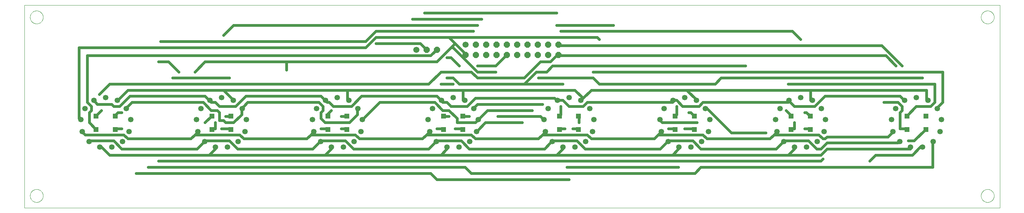
<source format=gtl>
G75*
%MOIN*%
%OFA0B0*%
%FSLAX25Y25*%
%IPPOS*%
%LPD*%
%AMOC8*
5,1,8,0,0,1.08239X$1,22.5*
%
%ADD10C,0.00000*%
%ADD11C,0.05307*%
%ADD12R,0.05118X0.04724*%
%ADD13C,0.05937*%
%ADD14OC8,0.05937*%
%ADD15C,0.02500*%
%ADD16C,0.02400*%
D10*
X0001000Y0001000D02*
X0001000Y0197850D01*
X0945882Y0197850D01*
X0945882Y0001000D01*
X0001000Y0001000D01*
X0006512Y0012811D02*
X0006514Y0012969D01*
X0006520Y0013127D01*
X0006530Y0013285D01*
X0006544Y0013443D01*
X0006562Y0013600D01*
X0006583Y0013757D01*
X0006609Y0013913D01*
X0006639Y0014069D01*
X0006672Y0014224D01*
X0006710Y0014377D01*
X0006751Y0014530D01*
X0006796Y0014682D01*
X0006845Y0014833D01*
X0006898Y0014982D01*
X0006954Y0015130D01*
X0007014Y0015276D01*
X0007078Y0015421D01*
X0007146Y0015564D01*
X0007217Y0015706D01*
X0007291Y0015846D01*
X0007369Y0015983D01*
X0007451Y0016119D01*
X0007535Y0016253D01*
X0007624Y0016384D01*
X0007715Y0016513D01*
X0007810Y0016640D01*
X0007907Y0016765D01*
X0008008Y0016887D01*
X0008112Y0017006D01*
X0008219Y0017123D01*
X0008329Y0017237D01*
X0008442Y0017348D01*
X0008557Y0017457D01*
X0008675Y0017562D01*
X0008796Y0017664D01*
X0008919Y0017764D01*
X0009045Y0017860D01*
X0009173Y0017953D01*
X0009303Y0018043D01*
X0009436Y0018129D01*
X0009571Y0018213D01*
X0009707Y0018292D01*
X0009846Y0018369D01*
X0009987Y0018441D01*
X0010129Y0018511D01*
X0010273Y0018576D01*
X0010419Y0018638D01*
X0010566Y0018696D01*
X0010715Y0018751D01*
X0010865Y0018802D01*
X0011016Y0018849D01*
X0011168Y0018892D01*
X0011321Y0018931D01*
X0011476Y0018967D01*
X0011631Y0018998D01*
X0011787Y0019026D01*
X0011943Y0019050D01*
X0012100Y0019070D01*
X0012258Y0019086D01*
X0012415Y0019098D01*
X0012574Y0019106D01*
X0012732Y0019110D01*
X0012890Y0019110D01*
X0013048Y0019106D01*
X0013207Y0019098D01*
X0013364Y0019086D01*
X0013522Y0019070D01*
X0013679Y0019050D01*
X0013835Y0019026D01*
X0013991Y0018998D01*
X0014146Y0018967D01*
X0014301Y0018931D01*
X0014454Y0018892D01*
X0014606Y0018849D01*
X0014757Y0018802D01*
X0014907Y0018751D01*
X0015056Y0018696D01*
X0015203Y0018638D01*
X0015349Y0018576D01*
X0015493Y0018511D01*
X0015635Y0018441D01*
X0015776Y0018369D01*
X0015915Y0018292D01*
X0016051Y0018213D01*
X0016186Y0018129D01*
X0016319Y0018043D01*
X0016449Y0017953D01*
X0016577Y0017860D01*
X0016703Y0017764D01*
X0016826Y0017664D01*
X0016947Y0017562D01*
X0017065Y0017457D01*
X0017180Y0017348D01*
X0017293Y0017237D01*
X0017403Y0017123D01*
X0017510Y0017006D01*
X0017614Y0016887D01*
X0017715Y0016765D01*
X0017812Y0016640D01*
X0017907Y0016513D01*
X0017998Y0016384D01*
X0018087Y0016253D01*
X0018171Y0016119D01*
X0018253Y0015983D01*
X0018331Y0015846D01*
X0018405Y0015706D01*
X0018476Y0015564D01*
X0018544Y0015421D01*
X0018608Y0015276D01*
X0018668Y0015130D01*
X0018724Y0014982D01*
X0018777Y0014833D01*
X0018826Y0014682D01*
X0018871Y0014530D01*
X0018912Y0014377D01*
X0018950Y0014224D01*
X0018983Y0014069D01*
X0019013Y0013913D01*
X0019039Y0013757D01*
X0019060Y0013600D01*
X0019078Y0013443D01*
X0019092Y0013285D01*
X0019102Y0013127D01*
X0019108Y0012969D01*
X0019110Y0012811D01*
X0019108Y0012653D01*
X0019102Y0012495D01*
X0019092Y0012337D01*
X0019078Y0012179D01*
X0019060Y0012022D01*
X0019039Y0011865D01*
X0019013Y0011709D01*
X0018983Y0011553D01*
X0018950Y0011398D01*
X0018912Y0011245D01*
X0018871Y0011092D01*
X0018826Y0010940D01*
X0018777Y0010789D01*
X0018724Y0010640D01*
X0018668Y0010492D01*
X0018608Y0010346D01*
X0018544Y0010201D01*
X0018476Y0010058D01*
X0018405Y0009916D01*
X0018331Y0009776D01*
X0018253Y0009639D01*
X0018171Y0009503D01*
X0018087Y0009369D01*
X0017998Y0009238D01*
X0017907Y0009109D01*
X0017812Y0008982D01*
X0017715Y0008857D01*
X0017614Y0008735D01*
X0017510Y0008616D01*
X0017403Y0008499D01*
X0017293Y0008385D01*
X0017180Y0008274D01*
X0017065Y0008165D01*
X0016947Y0008060D01*
X0016826Y0007958D01*
X0016703Y0007858D01*
X0016577Y0007762D01*
X0016449Y0007669D01*
X0016319Y0007579D01*
X0016186Y0007493D01*
X0016051Y0007409D01*
X0015915Y0007330D01*
X0015776Y0007253D01*
X0015635Y0007181D01*
X0015493Y0007111D01*
X0015349Y0007046D01*
X0015203Y0006984D01*
X0015056Y0006926D01*
X0014907Y0006871D01*
X0014757Y0006820D01*
X0014606Y0006773D01*
X0014454Y0006730D01*
X0014301Y0006691D01*
X0014146Y0006655D01*
X0013991Y0006624D01*
X0013835Y0006596D01*
X0013679Y0006572D01*
X0013522Y0006552D01*
X0013364Y0006536D01*
X0013207Y0006524D01*
X0013048Y0006516D01*
X0012890Y0006512D01*
X0012732Y0006512D01*
X0012574Y0006516D01*
X0012415Y0006524D01*
X0012258Y0006536D01*
X0012100Y0006552D01*
X0011943Y0006572D01*
X0011787Y0006596D01*
X0011631Y0006624D01*
X0011476Y0006655D01*
X0011321Y0006691D01*
X0011168Y0006730D01*
X0011016Y0006773D01*
X0010865Y0006820D01*
X0010715Y0006871D01*
X0010566Y0006926D01*
X0010419Y0006984D01*
X0010273Y0007046D01*
X0010129Y0007111D01*
X0009987Y0007181D01*
X0009846Y0007253D01*
X0009707Y0007330D01*
X0009571Y0007409D01*
X0009436Y0007493D01*
X0009303Y0007579D01*
X0009173Y0007669D01*
X0009045Y0007762D01*
X0008919Y0007858D01*
X0008796Y0007958D01*
X0008675Y0008060D01*
X0008557Y0008165D01*
X0008442Y0008274D01*
X0008329Y0008385D01*
X0008219Y0008499D01*
X0008112Y0008616D01*
X0008008Y0008735D01*
X0007907Y0008857D01*
X0007810Y0008982D01*
X0007715Y0009109D01*
X0007624Y0009238D01*
X0007535Y0009369D01*
X0007451Y0009503D01*
X0007369Y0009639D01*
X0007291Y0009776D01*
X0007217Y0009916D01*
X0007146Y0010058D01*
X0007078Y0010201D01*
X0007014Y0010346D01*
X0006954Y0010492D01*
X0006898Y0010640D01*
X0006845Y0010789D01*
X0006796Y0010940D01*
X0006751Y0011092D01*
X0006710Y0011245D01*
X0006672Y0011398D01*
X0006639Y0011553D01*
X0006609Y0011709D01*
X0006583Y0011865D01*
X0006562Y0012022D01*
X0006544Y0012179D01*
X0006530Y0012337D01*
X0006520Y0012495D01*
X0006514Y0012653D01*
X0006512Y0012811D01*
X0006512Y0186039D02*
X0006514Y0186197D01*
X0006520Y0186355D01*
X0006530Y0186513D01*
X0006544Y0186671D01*
X0006562Y0186828D01*
X0006583Y0186985D01*
X0006609Y0187141D01*
X0006639Y0187297D01*
X0006672Y0187452D01*
X0006710Y0187605D01*
X0006751Y0187758D01*
X0006796Y0187910D01*
X0006845Y0188061D01*
X0006898Y0188210D01*
X0006954Y0188358D01*
X0007014Y0188504D01*
X0007078Y0188649D01*
X0007146Y0188792D01*
X0007217Y0188934D01*
X0007291Y0189074D01*
X0007369Y0189211D01*
X0007451Y0189347D01*
X0007535Y0189481D01*
X0007624Y0189612D01*
X0007715Y0189741D01*
X0007810Y0189868D01*
X0007907Y0189993D01*
X0008008Y0190115D01*
X0008112Y0190234D01*
X0008219Y0190351D01*
X0008329Y0190465D01*
X0008442Y0190576D01*
X0008557Y0190685D01*
X0008675Y0190790D01*
X0008796Y0190892D01*
X0008919Y0190992D01*
X0009045Y0191088D01*
X0009173Y0191181D01*
X0009303Y0191271D01*
X0009436Y0191357D01*
X0009571Y0191441D01*
X0009707Y0191520D01*
X0009846Y0191597D01*
X0009987Y0191669D01*
X0010129Y0191739D01*
X0010273Y0191804D01*
X0010419Y0191866D01*
X0010566Y0191924D01*
X0010715Y0191979D01*
X0010865Y0192030D01*
X0011016Y0192077D01*
X0011168Y0192120D01*
X0011321Y0192159D01*
X0011476Y0192195D01*
X0011631Y0192226D01*
X0011787Y0192254D01*
X0011943Y0192278D01*
X0012100Y0192298D01*
X0012258Y0192314D01*
X0012415Y0192326D01*
X0012574Y0192334D01*
X0012732Y0192338D01*
X0012890Y0192338D01*
X0013048Y0192334D01*
X0013207Y0192326D01*
X0013364Y0192314D01*
X0013522Y0192298D01*
X0013679Y0192278D01*
X0013835Y0192254D01*
X0013991Y0192226D01*
X0014146Y0192195D01*
X0014301Y0192159D01*
X0014454Y0192120D01*
X0014606Y0192077D01*
X0014757Y0192030D01*
X0014907Y0191979D01*
X0015056Y0191924D01*
X0015203Y0191866D01*
X0015349Y0191804D01*
X0015493Y0191739D01*
X0015635Y0191669D01*
X0015776Y0191597D01*
X0015915Y0191520D01*
X0016051Y0191441D01*
X0016186Y0191357D01*
X0016319Y0191271D01*
X0016449Y0191181D01*
X0016577Y0191088D01*
X0016703Y0190992D01*
X0016826Y0190892D01*
X0016947Y0190790D01*
X0017065Y0190685D01*
X0017180Y0190576D01*
X0017293Y0190465D01*
X0017403Y0190351D01*
X0017510Y0190234D01*
X0017614Y0190115D01*
X0017715Y0189993D01*
X0017812Y0189868D01*
X0017907Y0189741D01*
X0017998Y0189612D01*
X0018087Y0189481D01*
X0018171Y0189347D01*
X0018253Y0189211D01*
X0018331Y0189074D01*
X0018405Y0188934D01*
X0018476Y0188792D01*
X0018544Y0188649D01*
X0018608Y0188504D01*
X0018668Y0188358D01*
X0018724Y0188210D01*
X0018777Y0188061D01*
X0018826Y0187910D01*
X0018871Y0187758D01*
X0018912Y0187605D01*
X0018950Y0187452D01*
X0018983Y0187297D01*
X0019013Y0187141D01*
X0019039Y0186985D01*
X0019060Y0186828D01*
X0019078Y0186671D01*
X0019092Y0186513D01*
X0019102Y0186355D01*
X0019108Y0186197D01*
X0019110Y0186039D01*
X0019108Y0185881D01*
X0019102Y0185723D01*
X0019092Y0185565D01*
X0019078Y0185407D01*
X0019060Y0185250D01*
X0019039Y0185093D01*
X0019013Y0184937D01*
X0018983Y0184781D01*
X0018950Y0184626D01*
X0018912Y0184473D01*
X0018871Y0184320D01*
X0018826Y0184168D01*
X0018777Y0184017D01*
X0018724Y0183868D01*
X0018668Y0183720D01*
X0018608Y0183574D01*
X0018544Y0183429D01*
X0018476Y0183286D01*
X0018405Y0183144D01*
X0018331Y0183004D01*
X0018253Y0182867D01*
X0018171Y0182731D01*
X0018087Y0182597D01*
X0017998Y0182466D01*
X0017907Y0182337D01*
X0017812Y0182210D01*
X0017715Y0182085D01*
X0017614Y0181963D01*
X0017510Y0181844D01*
X0017403Y0181727D01*
X0017293Y0181613D01*
X0017180Y0181502D01*
X0017065Y0181393D01*
X0016947Y0181288D01*
X0016826Y0181186D01*
X0016703Y0181086D01*
X0016577Y0180990D01*
X0016449Y0180897D01*
X0016319Y0180807D01*
X0016186Y0180721D01*
X0016051Y0180637D01*
X0015915Y0180558D01*
X0015776Y0180481D01*
X0015635Y0180409D01*
X0015493Y0180339D01*
X0015349Y0180274D01*
X0015203Y0180212D01*
X0015056Y0180154D01*
X0014907Y0180099D01*
X0014757Y0180048D01*
X0014606Y0180001D01*
X0014454Y0179958D01*
X0014301Y0179919D01*
X0014146Y0179883D01*
X0013991Y0179852D01*
X0013835Y0179824D01*
X0013679Y0179800D01*
X0013522Y0179780D01*
X0013364Y0179764D01*
X0013207Y0179752D01*
X0013048Y0179744D01*
X0012890Y0179740D01*
X0012732Y0179740D01*
X0012574Y0179744D01*
X0012415Y0179752D01*
X0012258Y0179764D01*
X0012100Y0179780D01*
X0011943Y0179800D01*
X0011787Y0179824D01*
X0011631Y0179852D01*
X0011476Y0179883D01*
X0011321Y0179919D01*
X0011168Y0179958D01*
X0011016Y0180001D01*
X0010865Y0180048D01*
X0010715Y0180099D01*
X0010566Y0180154D01*
X0010419Y0180212D01*
X0010273Y0180274D01*
X0010129Y0180339D01*
X0009987Y0180409D01*
X0009846Y0180481D01*
X0009707Y0180558D01*
X0009571Y0180637D01*
X0009436Y0180721D01*
X0009303Y0180807D01*
X0009173Y0180897D01*
X0009045Y0180990D01*
X0008919Y0181086D01*
X0008796Y0181186D01*
X0008675Y0181288D01*
X0008557Y0181393D01*
X0008442Y0181502D01*
X0008329Y0181613D01*
X0008219Y0181727D01*
X0008112Y0181844D01*
X0008008Y0181963D01*
X0007907Y0182085D01*
X0007810Y0182210D01*
X0007715Y0182337D01*
X0007624Y0182466D01*
X0007535Y0182597D01*
X0007451Y0182731D01*
X0007369Y0182867D01*
X0007291Y0183004D01*
X0007217Y0183144D01*
X0007146Y0183286D01*
X0007078Y0183429D01*
X0007014Y0183574D01*
X0006954Y0183720D01*
X0006898Y0183868D01*
X0006845Y0184017D01*
X0006796Y0184168D01*
X0006751Y0184320D01*
X0006710Y0184473D01*
X0006672Y0184626D01*
X0006639Y0184781D01*
X0006609Y0184937D01*
X0006583Y0185093D01*
X0006562Y0185250D01*
X0006544Y0185407D01*
X0006530Y0185565D01*
X0006520Y0185723D01*
X0006514Y0185881D01*
X0006512Y0186039D01*
X0927772Y0186039D02*
X0927774Y0186197D01*
X0927780Y0186355D01*
X0927790Y0186513D01*
X0927804Y0186671D01*
X0927822Y0186828D01*
X0927843Y0186985D01*
X0927869Y0187141D01*
X0927899Y0187297D01*
X0927932Y0187452D01*
X0927970Y0187605D01*
X0928011Y0187758D01*
X0928056Y0187910D01*
X0928105Y0188061D01*
X0928158Y0188210D01*
X0928214Y0188358D01*
X0928274Y0188504D01*
X0928338Y0188649D01*
X0928406Y0188792D01*
X0928477Y0188934D01*
X0928551Y0189074D01*
X0928629Y0189211D01*
X0928711Y0189347D01*
X0928795Y0189481D01*
X0928884Y0189612D01*
X0928975Y0189741D01*
X0929070Y0189868D01*
X0929167Y0189993D01*
X0929268Y0190115D01*
X0929372Y0190234D01*
X0929479Y0190351D01*
X0929589Y0190465D01*
X0929702Y0190576D01*
X0929817Y0190685D01*
X0929935Y0190790D01*
X0930056Y0190892D01*
X0930179Y0190992D01*
X0930305Y0191088D01*
X0930433Y0191181D01*
X0930563Y0191271D01*
X0930696Y0191357D01*
X0930831Y0191441D01*
X0930967Y0191520D01*
X0931106Y0191597D01*
X0931247Y0191669D01*
X0931389Y0191739D01*
X0931533Y0191804D01*
X0931679Y0191866D01*
X0931826Y0191924D01*
X0931975Y0191979D01*
X0932125Y0192030D01*
X0932276Y0192077D01*
X0932428Y0192120D01*
X0932581Y0192159D01*
X0932736Y0192195D01*
X0932891Y0192226D01*
X0933047Y0192254D01*
X0933203Y0192278D01*
X0933360Y0192298D01*
X0933518Y0192314D01*
X0933675Y0192326D01*
X0933834Y0192334D01*
X0933992Y0192338D01*
X0934150Y0192338D01*
X0934308Y0192334D01*
X0934467Y0192326D01*
X0934624Y0192314D01*
X0934782Y0192298D01*
X0934939Y0192278D01*
X0935095Y0192254D01*
X0935251Y0192226D01*
X0935406Y0192195D01*
X0935561Y0192159D01*
X0935714Y0192120D01*
X0935866Y0192077D01*
X0936017Y0192030D01*
X0936167Y0191979D01*
X0936316Y0191924D01*
X0936463Y0191866D01*
X0936609Y0191804D01*
X0936753Y0191739D01*
X0936895Y0191669D01*
X0937036Y0191597D01*
X0937175Y0191520D01*
X0937311Y0191441D01*
X0937446Y0191357D01*
X0937579Y0191271D01*
X0937709Y0191181D01*
X0937837Y0191088D01*
X0937963Y0190992D01*
X0938086Y0190892D01*
X0938207Y0190790D01*
X0938325Y0190685D01*
X0938440Y0190576D01*
X0938553Y0190465D01*
X0938663Y0190351D01*
X0938770Y0190234D01*
X0938874Y0190115D01*
X0938975Y0189993D01*
X0939072Y0189868D01*
X0939167Y0189741D01*
X0939258Y0189612D01*
X0939347Y0189481D01*
X0939431Y0189347D01*
X0939513Y0189211D01*
X0939591Y0189074D01*
X0939665Y0188934D01*
X0939736Y0188792D01*
X0939804Y0188649D01*
X0939868Y0188504D01*
X0939928Y0188358D01*
X0939984Y0188210D01*
X0940037Y0188061D01*
X0940086Y0187910D01*
X0940131Y0187758D01*
X0940172Y0187605D01*
X0940210Y0187452D01*
X0940243Y0187297D01*
X0940273Y0187141D01*
X0940299Y0186985D01*
X0940320Y0186828D01*
X0940338Y0186671D01*
X0940352Y0186513D01*
X0940362Y0186355D01*
X0940368Y0186197D01*
X0940370Y0186039D01*
X0940368Y0185881D01*
X0940362Y0185723D01*
X0940352Y0185565D01*
X0940338Y0185407D01*
X0940320Y0185250D01*
X0940299Y0185093D01*
X0940273Y0184937D01*
X0940243Y0184781D01*
X0940210Y0184626D01*
X0940172Y0184473D01*
X0940131Y0184320D01*
X0940086Y0184168D01*
X0940037Y0184017D01*
X0939984Y0183868D01*
X0939928Y0183720D01*
X0939868Y0183574D01*
X0939804Y0183429D01*
X0939736Y0183286D01*
X0939665Y0183144D01*
X0939591Y0183004D01*
X0939513Y0182867D01*
X0939431Y0182731D01*
X0939347Y0182597D01*
X0939258Y0182466D01*
X0939167Y0182337D01*
X0939072Y0182210D01*
X0938975Y0182085D01*
X0938874Y0181963D01*
X0938770Y0181844D01*
X0938663Y0181727D01*
X0938553Y0181613D01*
X0938440Y0181502D01*
X0938325Y0181393D01*
X0938207Y0181288D01*
X0938086Y0181186D01*
X0937963Y0181086D01*
X0937837Y0180990D01*
X0937709Y0180897D01*
X0937579Y0180807D01*
X0937446Y0180721D01*
X0937311Y0180637D01*
X0937175Y0180558D01*
X0937036Y0180481D01*
X0936895Y0180409D01*
X0936753Y0180339D01*
X0936609Y0180274D01*
X0936463Y0180212D01*
X0936316Y0180154D01*
X0936167Y0180099D01*
X0936017Y0180048D01*
X0935866Y0180001D01*
X0935714Y0179958D01*
X0935561Y0179919D01*
X0935406Y0179883D01*
X0935251Y0179852D01*
X0935095Y0179824D01*
X0934939Y0179800D01*
X0934782Y0179780D01*
X0934624Y0179764D01*
X0934467Y0179752D01*
X0934308Y0179744D01*
X0934150Y0179740D01*
X0933992Y0179740D01*
X0933834Y0179744D01*
X0933675Y0179752D01*
X0933518Y0179764D01*
X0933360Y0179780D01*
X0933203Y0179800D01*
X0933047Y0179824D01*
X0932891Y0179852D01*
X0932736Y0179883D01*
X0932581Y0179919D01*
X0932428Y0179958D01*
X0932276Y0180001D01*
X0932125Y0180048D01*
X0931975Y0180099D01*
X0931826Y0180154D01*
X0931679Y0180212D01*
X0931533Y0180274D01*
X0931389Y0180339D01*
X0931247Y0180409D01*
X0931106Y0180481D01*
X0930967Y0180558D01*
X0930831Y0180637D01*
X0930696Y0180721D01*
X0930563Y0180807D01*
X0930433Y0180897D01*
X0930305Y0180990D01*
X0930179Y0181086D01*
X0930056Y0181186D01*
X0929935Y0181288D01*
X0929817Y0181393D01*
X0929702Y0181502D01*
X0929589Y0181613D01*
X0929479Y0181727D01*
X0929372Y0181844D01*
X0929268Y0181963D01*
X0929167Y0182085D01*
X0929070Y0182210D01*
X0928975Y0182337D01*
X0928884Y0182466D01*
X0928795Y0182597D01*
X0928711Y0182731D01*
X0928629Y0182867D01*
X0928551Y0183004D01*
X0928477Y0183144D01*
X0928406Y0183286D01*
X0928338Y0183429D01*
X0928274Y0183574D01*
X0928214Y0183720D01*
X0928158Y0183868D01*
X0928105Y0184017D01*
X0928056Y0184168D01*
X0928011Y0184320D01*
X0927970Y0184473D01*
X0927932Y0184626D01*
X0927899Y0184781D01*
X0927869Y0184937D01*
X0927843Y0185093D01*
X0927822Y0185250D01*
X0927804Y0185407D01*
X0927790Y0185565D01*
X0927780Y0185723D01*
X0927774Y0185881D01*
X0927772Y0186039D01*
X0927772Y0012811D02*
X0927774Y0012969D01*
X0927780Y0013127D01*
X0927790Y0013285D01*
X0927804Y0013443D01*
X0927822Y0013600D01*
X0927843Y0013757D01*
X0927869Y0013913D01*
X0927899Y0014069D01*
X0927932Y0014224D01*
X0927970Y0014377D01*
X0928011Y0014530D01*
X0928056Y0014682D01*
X0928105Y0014833D01*
X0928158Y0014982D01*
X0928214Y0015130D01*
X0928274Y0015276D01*
X0928338Y0015421D01*
X0928406Y0015564D01*
X0928477Y0015706D01*
X0928551Y0015846D01*
X0928629Y0015983D01*
X0928711Y0016119D01*
X0928795Y0016253D01*
X0928884Y0016384D01*
X0928975Y0016513D01*
X0929070Y0016640D01*
X0929167Y0016765D01*
X0929268Y0016887D01*
X0929372Y0017006D01*
X0929479Y0017123D01*
X0929589Y0017237D01*
X0929702Y0017348D01*
X0929817Y0017457D01*
X0929935Y0017562D01*
X0930056Y0017664D01*
X0930179Y0017764D01*
X0930305Y0017860D01*
X0930433Y0017953D01*
X0930563Y0018043D01*
X0930696Y0018129D01*
X0930831Y0018213D01*
X0930967Y0018292D01*
X0931106Y0018369D01*
X0931247Y0018441D01*
X0931389Y0018511D01*
X0931533Y0018576D01*
X0931679Y0018638D01*
X0931826Y0018696D01*
X0931975Y0018751D01*
X0932125Y0018802D01*
X0932276Y0018849D01*
X0932428Y0018892D01*
X0932581Y0018931D01*
X0932736Y0018967D01*
X0932891Y0018998D01*
X0933047Y0019026D01*
X0933203Y0019050D01*
X0933360Y0019070D01*
X0933518Y0019086D01*
X0933675Y0019098D01*
X0933834Y0019106D01*
X0933992Y0019110D01*
X0934150Y0019110D01*
X0934308Y0019106D01*
X0934467Y0019098D01*
X0934624Y0019086D01*
X0934782Y0019070D01*
X0934939Y0019050D01*
X0935095Y0019026D01*
X0935251Y0018998D01*
X0935406Y0018967D01*
X0935561Y0018931D01*
X0935714Y0018892D01*
X0935866Y0018849D01*
X0936017Y0018802D01*
X0936167Y0018751D01*
X0936316Y0018696D01*
X0936463Y0018638D01*
X0936609Y0018576D01*
X0936753Y0018511D01*
X0936895Y0018441D01*
X0937036Y0018369D01*
X0937175Y0018292D01*
X0937311Y0018213D01*
X0937446Y0018129D01*
X0937579Y0018043D01*
X0937709Y0017953D01*
X0937837Y0017860D01*
X0937963Y0017764D01*
X0938086Y0017664D01*
X0938207Y0017562D01*
X0938325Y0017457D01*
X0938440Y0017348D01*
X0938553Y0017237D01*
X0938663Y0017123D01*
X0938770Y0017006D01*
X0938874Y0016887D01*
X0938975Y0016765D01*
X0939072Y0016640D01*
X0939167Y0016513D01*
X0939258Y0016384D01*
X0939347Y0016253D01*
X0939431Y0016119D01*
X0939513Y0015983D01*
X0939591Y0015846D01*
X0939665Y0015706D01*
X0939736Y0015564D01*
X0939804Y0015421D01*
X0939868Y0015276D01*
X0939928Y0015130D01*
X0939984Y0014982D01*
X0940037Y0014833D01*
X0940086Y0014682D01*
X0940131Y0014530D01*
X0940172Y0014377D01*
X0940210Y0014224D01*
X0940243Y0014069D01*
X0940273Y0013913D01*
X0940299Y0013757D01*
X0940320Y0013600D01*
X0940338Y0013443D01*
X0940352Y0013285D01*
X0940362Y0013127D01*
X0940368Y0012969D01*
X0940370Y0012811D01*
X0940368Y0012653D01*
X0940362Y0012495D01*
X0940352Y0012337D01*
X0940338Y0012179D01*
X0940320Y0012022D01*
X0940299Y0011865D01*
X0940273Y0011709D01*
X0940243Y0011553D01*
X0940210Y0011398D01*
X0940172Y0011245D01*
X0940131Y0011092D01*
X0940086Y0010940D01*
X0940037Y0010789D01*
X0939984Y0010640D01*
X0939928Y0010492D01*
X0939868Y0010346D01*
X0939804Y0010201D01*
X0939736Y0010058D01*
X0939665Y0009916D01*
X0939591Y0009776D01*
X0939513Y0009639D01*
X0939431Y0009503D01*
X0939347Y0009369D01*
X0939258Y0009238D01*
X0939167Y0009109D01*
X0939072Y0008982D01*
X0938975Y0008857D01*
X0938874Y0008735D01*
X0938770Y0008616D01*
X0938663Y0008499D01*
X0938553Y0008385D01*
X0938440Y0008274D01*
X0938325Y0008165D01*
X0938207Y0008060D01*
X0938086Y0007958D01*
X0937963Y0007858D01*
X0937837Y0007762D01*
X0937709Y0007669D01*
X0937579Y0007579D01*
X0937446Y0007493D01*
X0937311Y0007409D01*
X0937175Y0007330D01*
X0937036Y0007253D01*
X0936895Y0007181D01*
X0936753Y0007111D01*
X0936609Y0007046D01*
X0936463Y0006984D01*
X0936316Y0006926D01*
X0936167Y0006871D01*
X0936017Y0006820D01*
X0935866Y0006773D01*
X0935714Y0006730D01*
X0935561Y0006691D01*
X0935406Y0006655D01*
X0935251Y0006624D01*
X0935095Y0006596D01*
X0934939Y0006572D01*
X0934782Y0006552D01*
X0934624Y0006536D01*
X0934467Y0006524D01*
X0934308Y0006516D01*
X0934150Y0006512D01*
X0933992Y0006512D01*
X0933834Y0006516D01*
X0933675Y0006524D01*
X0933518Y0006536D01*
X0933360Y0006552D01*
X0933203Y0006572D01*
X0933047Y0006596D01*
X0932891Y0006624D01*
X0932736Y0006655D01*
X0932581Y0006691D01*
X0932428Y0006730D01*
X0932276Y0006773D01*
X0932125Y0006820D01*
X0931975Y0006871D01*
X0931826Y0006926D01*
X0931679Y0006984D01*
X0931533Y0007046D01*
X0931389Y0007111D01*
X0931247Y0007181D01*
X0931106Y0007253D01*
X0930967Y0007330D01*
X0930831Y0007409D01*
X0930696Y0007493D01*
X0930563Y0007579D01*
X0930433Y0007669D01*
X0930305Y0007762D01*
X0930179Y0007858D01*
X0930056Y0007958D01*
X0929935Y0008060D01*
X0929817Y0008165D01*
X0929702Y0008274D01*
X0929589Y0008385D01*
X0929479Y0008499D01*
X0929372Y0008616D01*
X0929268Y0008735D01*
X0929167Y0008857D01*
X0929070Y0008982D01*
X0928975Y0009109D01*
X0928884Y0009238D01*
X0928795Y0009369D01*
X0928711Y0009503D01*
X0928629Y0009639D01*
X0928551Y0009776D01*
X0928477Y0009916D01*
X0928406Y0010058D01*
X0928338Y0010201D01*
X0928274Y0010346D01*
X0928214Y0010492D01*
X0928158Y0010640D01*
X0928105Y0010789D01*
X0928056Y0010940D01*
X0928011Y0011092D01*
X0927970Y0011245D01*
X0927932Y0011398D01*
X0927899Y0011553D01*
X0927869Y0011709D01*
X0927843Y0011865D01*
X0927822Y0012022D01*
X0927804Y0012179D01*
X0927790Y0012337D01*
X0927780Y0012495D01*
X0927774Y0012653D01*
X0927772Y0012811D01*
D11*
X0871005Y0060015D03*
X0859341Y0060015D03*
X0849013Y0065436D03*
X0881333Y0065436D03*
X0887959Y0075035D03*
X0842387Y0075035D03*
X0840981Y0086615D03*
X0889365Y0086615D03*
X0885229Y0097521D03*
X0876498Y0105256D03*
X0865173Y0108047D03*
X0853848Y0105256D03*
X0845117Y0097521D03*
X0777161Y0086615D03*
X0773024Y0097521D03*
X0764294Y0105256D03*
X0752969Y0108047D03*
X0741643Y0105256D03*
X0732913Y0097521D03*
X0728776Y0086615D03*
X0730182Y0075035D03*
X0775755Y0075035D03*
X0769129Y0065436D03*
X0758800Y0060015D03*
X0747137Y0060015D03*
X0736808Y0065436D03*
X0663550Y0075035D03*
X0656924Y0065436D03*
X0646596Y0060015D03*
X0634932Y0060015D03*
X0624604Y0065436D03*
X0617978Y0075035D03*
X0616572Y0086615D03*
X0664956Y0086615D03*
X0660820Y0097521D03*
X0652089Y0105256D03*
X0640764Y0108047D03*
X0629439Y0105256D03*
X0620708Y0097521D03*
X0552751Y0086615D03*
X0504367Y0086615D03*
X0508503Y0097521D03*
X0517234Y0105256D03*
X0528559Y0108047D03*
X0539884Y0105256D03*
X0548615Y0097521D03*
X0440546Y0086615D03*
X0392162Y0086615D03*
X0396298Y0097521D03*
X0405029Y0105256D03*
X0416354Y0108047D03*
X0427680Y0105256D03*
X0436410Y0097521D03*
X0439141Y0075035D03*
X0432515Y0065436D03*
X0422186Y0060015D03*
X0410522Y0060015D03*
X0400194Y0065436D03*
X0393568Y0075035D03*
X0328342Y0086615D03*
X0279957Y0086615D03*
X0284094Y0097521D03*
X0292824Y0105256D03*
X0304150Y0108047D03*
X0315475Y0105256D03*
X0324206Y0097521D03*
X0326936Y0075035D03*
X0320310Y0065436D03*
X0309981Y0060015D03*
X0298318Y0060015D03*
X0287989Y0065436D03*
X0281363Y0075035D03*
X0216137Y0086615D03*
X0167753Y0086615D03*
X0171889Y0097521D03*
X0180620Y0105256D03*
X0191945Y0108047D03*
X0203270Y0105256D03*
X0212001Y0097521D03*
X0214731Y0075035D03*
X0208105Y0065436D03*
X0197777Y0060015D03*
X0186113Y0060015D03*
X0175785Y0065436D03*
X0169159Y0075035D03*
X0103932Y0086615D03*
X0055548Y0086615D03*
X0059684Y0097521D03*
X0068415Y0105256D03*
X0079740Y0108047D03*
X0091065Y0105256D03*
X0099796Y0097521D03*
X0102526Y0075035D03*
X0056954Y0075035D03*
X0063580Y0065436D03*
X0073908Y0060015D03*
X0085572Y0060015D03*
X0095900Y0065436D03*
X0505773Y0075035D03*
X0512399Y0065436D03*
X0522727Y0060015D03*
X0534391Y0060015D03*
X0544719Y0065436D03*
X0551345Y0075035D03*
D12*
X0537811Y0077181D03*
X0519307Y0077181D03*
X0519307Y0090173D03*
X0537811Y0090173D03*
X0631512Y0090173D03*
X0650016Y0090173D03*
X0650016Y0077181D03*
X0631512Y0077181D03*
X0743717Y0077181D03*
X0762220Y0077181D03*
X0762220Y0090173D03*
X0743717Y0090173D03*
X0855921Y0090173D03*
X0874425Y0090173D03*
X0874425Y0077181D03*
X0855921Y0077181D03*
X0425606Y0077181D03*
X0407102Y0077181D03*
X0407102Y0090173D03*
X0425606Y0090173D03*
X0313402Y0090173D03*
X0294898Y0090173D03*
X0294898Y0077181D03*
X0313402Y0077181D03*
X0201197Y0077181D03*
X0182693Y0077181D03*
X0182693Y0090173D03*
X0201197Y0090173D03*
X0088992Y0090173D03*
X0070488Y0090173D03*
X0070488Y0077181D03*
X0088992Y0077181D03*
D13*
X0380764Y0154543D03*
X0428441Y0159543D03*
D14*
X0438441Y0159543D03*
X0448441Y0159543D03*
X0458441Y0159543D03*
X0468441Y0159543D03*
X0478441Y0159543D03*
X0488441Y0159543D03*
X0498441Y0159543D03*
X0508441Y0159543D03*
X0518441Y0159543D03*
X0518441Y0149543D03*
X0508441Y0149543D03*
X0498441Y0149543D03*
X0488441Y0149543D03*
X0478441Y0149543D03*
X0468441Y0149543D03*
X0458441Y0149543D03*
X0448441Y0149543D03*
X0438441Y0149543D03*
X0428441Y0149543D03*
X0400764Y0154543D03*
X0390764Y0154543D03*
D15*
X0384858Y0160449D01*
X0341551Y0160449D01*
X0331709Y0162417D02*
X0341551Y0172260D01*
X0436039Y0172260D01*
X0439976Y0178165D02*
X0203756Y0178165D01*
X0193913Y0168323D01*
X0132890Y0162417D02*
X0331709Y0162417D01*
X0331709Y0156512D02*
X0341551Y0166354D01*
X0412417Y0166354D01*
X0556118Y0166354D01*
X0558087Y0164386D01*
X0520685Y0172260D02*
X0745094Y0172260D01*
X0752969Y0164386D01*
X0682102Y0148638D02*
X0835646Y0148638D01*
X0845488Y0138795D01*
X0851394Y0138795D02*
X0831709Y0158480D01*
X0518717Y0158480D01*
X0518441Y0159543D01*
X0518441Y0149543D02*
X0516748Y0148638D01*
X0510843Y0142732D01*
X0501000Y0142732D01*
X0485252Y0126984D01*
X0439976Y0126984D01*
X0434071Y0132890D01*
X0404543Y0132890D01*
X0392732Y0121079D01*
X0260843Y0121079D01*
X0172260Y0121079D01*
X0083677Y0121079D01*
X0073835Y0111236D01*
X0068415Y0105256D02*
X0069898Y0103362D01*
X0071866Y0101394D01*
X0085646Y0101394D01*
X0087614Y0099425D01*
X0093520Y0099425D01*
X0103362Y0109268D01*
X0176197Y0109268D01*
X0180134Y0105331D01*
X0180620Y0105256D01*
X0182102Y0103362D01*
X0186039Y0103362D01*
X0189976Y0099425D01*
X0205724Y0099425D01*
X0215567Y0109268D01*
X0288402Y0109268D01*
X0292339Y0105331D01*
X0292824Y0105256D01*
X0294307Y0103362D01*
X0296276Y0103362D01*
X0300213Y0099425D01*
X0317929Y0099425D01*
X0327772Y0109268D01*
X0400606Y0109268D01*
X0404543Y0105331D01*
X0405029Y0105256D01*
X0406512Y0103362D01*
X0410449Y0103362D01*
X0414386Y0099425D01*
X0430134Y0099425D01*
X0438008Y0107299D01*
X0514780Y0107299D01*
X0516748Y0105331D01*
X0517234Y0105256D01*
X0518717Y0105331D01*
X0522654Y0105331D01*
X0528559Y0099425D01*
X0542339Y0099425D01*
X0546276Y0103362D01*
X0628953Y0103362D01*
X0629439Y0105256D01*
X0630921Y0105331D01*
X0632890Y0105331D01*
X0638795Y0099425D01*
X0654543Y0099425D01*
X0658480Y0103362D01*
X0741157Y0103362D01*
X0741643Y0105256D01*
X0743126Y0103362D01*
X0747063Y0099425D01*
X0766748Y0099425D01*
X0776591Y0109268D01*
X0849425Y0109268D01*
X0853362Y0105331D01*
X0853848Y0105256D01*
X0851394Y0099425D02*
X0847457Y0103362D01*
X0833677Y0103362D01*
X0851394Y0099425D02*
X0851394Y0095488D01*
X0849425Y0093520D01*
X0849425Y0077772D01*
X0855331Y0077772D01*
X0855921Y0077181D01*
X0863205Y0065961D02*
X0874425Y0077181D01*
X0842387Y0075035D02*
X0841551Y0073835D01*
X0837614Y0069898D01*
X0778559Y0069898D01*
X0776591Y0067929D01*
X0774622Y0067929D01*
X0770685Y0071866D01*
X0727378Y0071866D01*
X0729346Y0073835D01*
X0730182Y0075035D01*
X0727378Y0071866D02*
X0723441Y0067929D01*
X0662417Y0067929D01*
X0658480Y0071866D01*
X0615173Y0071866D01*
X0617142Y0073835D01*
X0617978Y0075035D01*
X0615173Y0071866D02*
X0611236Y0067929D01*
X0550213Y0067929D01*
X0546276Y0071866D01*
X0502969Y0071866D01*
X0504937Y0073835D01*
X0505773Y0075035D01*
X0502969Y0071866D02*
X0499031Y0067929D01*
X0447850Y0067929D01*
X0438008Y0067929D01*
X0434071Y0071866D01*
X0390764Y0071866D01*
X0392732Y0073835D01*
X0393568Y0075035D01*
X0390764Y0071866D02*
X0386827Y0067929D01*
X0325803Y0067929D01*
X0321866Y0071866D01*
X0278559Y0071866D01*
X0280528Y0073835D01*
X0281363Y0075035D01*
X0278559Y0071866D02*
X0274622Y0067929D01*
X0213598Y0067929D01*
X0209661Y0071866D01*
X0166354Y0071866D01*
X0162417Y0067929D01*
X0101394Y0067929D01*
X0097457Y0071866D01*
X0060055Y0071866D01*
X0058087Y0073835D01*
X0056954Y0075035D01*
X0063992Y0083677D02*
X0070488Y0077181D01*
X0088992Y0077181D02*
X0089583Y0077772D01*
X0095488Y0077772D01*
X0063992Y0083677D02*
X0063992Y0093520D01*
X0065961Y0095488D01*
X0065961Y0099425D01*
X0062024Y0103362D01*
X0062024Y0148638D01*
X0394701Y0148638D01*
X0400606Y0154543D01*
X0400764Y0154543D01*
X0400606Y0142732D02*
X0414386Y0156512D01*
X0416354Y0156512D01*
X0439976Y0132890D01*
X0457693Y0132890D01*
X0457693Y0138795D02*
X0439976Y0138795D01*
X0422260Y0138795D02*
X0414386Y0146669D01*
X0410449Y0146669D01*
X0400606Y0142732D02*
X0386827Y0142732D01*
X0254937Y0142732D01*
X0254937Y0134858D01*
X0254937Y0142732D02*
X0176197Y0142732D01*
X0166354Y0132890D01*
X0150606Y0132890D02*
X0140764Y0142732D01*
X0130921Y0142732D01*
X0144701Y0126984D02*
X0199819Y0126984D01*
X0193913Y0115173D02*
X0313992Y0115173D01*
X0426197Y0115173D01*
X0534465Y0115173D01*
X0542339Y0107299D01*
X0540370Y0105331D01*
X0539884Y0105256D01*
X0542339Y0107299D02*
X0550213Y0115173D01*
X0642732Y0115173D01*
X0762811Y0115173D01*
X0875016Y0115173D01*
X0875016Y0105331D01*
X0876498Y0105256D01*
X0878953Y0099425D02*
X0882890Y0103362D01*
X0882890Y0121079D01*
X0741157Y0121079D01*
X0762811Y0115173D02*
X0762811Y0105331D01*
X0764294Y0105256D01*
X0743126Y0091551D02*
X0739189Y0095488D01*
X0756906Y0093520D02*
X0758874Y0093520D01*
X0762220Y0090173D01*
X0743717Y0090173D02*
X0743126Y0091551D01*
X0747063Y0083677D02*
X0747063Y0077772D01*
X0745094Y0077772D01*
X0743717Y0077181D01*
X0756906Y0077772D02*
X0760843Y0077772D01*
X0762220Y0077181D01*
X0760843Y0065961D02*
X0737220Y0065961D01*
X0736808Y0065436D01*
X0735252Y0063992D01*
X0729346Y0058087D01*
X0656512Y0058087D01*
X0648638Y0065961D01*
X0625016Y0065961D01*
X0624604Y0065436D01*
X0623047Y0063992D01*
X0617142Y0058087D01*
X0544307Y0058087D01*
X0536433Y0065961D01*
X0512811Y0065961D01*
X0512399Y0065436D01*
X0510843Y0063992D01*
X0504937Y0058087D01*
X0453756Y0058087D01*
X0432102Y0058087D01*
X0424228Y0065961D01*
X0400606Y0065961D01*
X0400194Y0065436D01*
X0398638Y0063992D01*
X0392732Y0058087D01*
X0319898Y0058087D01*
X0312024Y0065961D01*
X0288402Y0065961D01*
X0287989Y0065436D01*
X0286433Y0063992D01*
X0280528Y0058087D01*
X0207693Y0058087D01*
X0199819Y0065961D01*
X0176197Y0065961D01*
X0175785Y0065436D01*
X0174228Y0063992D01*
X0168323Y0058087D01*
X0095488Y0058087D01*
X0087614Y0065961D01*
X0063992Y0065961D01*
X0063580Y0065436D01*
X0073908Y0060015D02*
X0075803Y0060055D01*
X0083677Y0052181D01*
X0180134Y0052181D01*
X0292339Y0052181D01*
X0404543Y0052181D01*
X0465567Y0052181D01*
X0516748Y0052181D01*
X0628953Y0052181D01*
X0741157Y0052181D01*
X0772654Y0052181D01*
X0778559Y0058087D01*
X0859268Y0058087D01*
X0859341Y0060015D01*
X0861236Y0052181D02*
X0869110Y0060055D01*
X0871005Y0060015D01*
X0880921Y0063992D02*
X0881333Y0065436D01*
X0880921Y0063992D02*
X0880921Y0040370D01*
X0768717Y0040370D01*
X0656512Y0040370D01*
X0650606Y0034465D01*
X0546276Y0034465D01*
X0477378Y0034465D01*
X0434071Y0034465D01*
X0428165Y0040370D01*
X0321866Y0040370D01*
X0209661Y0040370D01*
X0121079Y0040370D01*
X0130921Y0046276D02*
X0215567Y0046276D01*
X0327772Y0046276D01*
X0483283Y0046276D01*
X0552181Y0046276D01*
X0662417Y0046276D01*
X0772654Y0046276D01*
X0774622Y0048244D01*
X0747063Y0058087D02*
X0741157Y0052181D01*
X0747063Y0058087D02*
X0747137Y0060015D01*
X0760843Y0065961D02*
X0768717Y0058087D01*
X0772654Y0058087D01*
X0778559Y0063992D01*
X0847457Y0063992D01*
X0849013Y0065436D01*
X0857299Y0065961D02*
X0863205Y0065961D01*
X0861236Y0052181D02*
X0825803Y0052181D01*
X0819898Y0046276D01*
X0719504Y0073835D02*
X0686039Y0073835D01*
X0662417Y0097457D01*
X0660820Y0097521D01*
X0650016Y0090173D02*
X0646669Y0093520D01*
X0644701Y0093520D01*
X0632890Y0091551D02*
X0631512Y0090173D01*
X0632890Y0091551D02*
X0632890Y0099425D01*
X0642732Y0115173D02*
X0652575Y0105331D01*
X0652089Y0105256D01*
X0670291Y0121079D02*
X0676197Y0126984D01*
X0782496Y0126984D01*
X0871079Y0126984D01*
X0890764Y0132890D02*
X0782496Y0132890D01*
X0552181Y0132890D01*
X0552181Y0126984D02*
X0499031Y0126984D01*
X0497063Y0132890D02*
X0485252Y0121079D01*
X0522654Y0121079D01*
X0552181Y0126984D02*
X0558087Y0121079D01*
X0670291Y0121079D01*
X0699819Y0138795D02*
X0605331Y0138795D01*
X0512811Y0138795D01*
X0506906Y0132890D01*
X0497063Y0132890D01*
X0468441Y0149543D02*
X0457693Y0138795D01*
X0428441Y0149543D02*
X0428165Y0150606D01*
X0418323Y0160449D01*
X0414386Y0156512D01*
X0418323Y0160449D02*
X0412417Y0166354D01*
X0331709Y0156512D02*
X0054150Y0156512D01*
X0054150Y0087614D01*
X0055548Y0086615D01*
X0070488Y0090173D02*
X0075803Y0095488D01*
X0089583Y0091551D02*
X0091551Y0093520D01*
X0095488Y0093520D01*
X0089583Y0091551D02*
X0088992Y0090173D01*
X0099796Y0097521D02*
X0101394Y0099425D01*
X0105331Y0103362D01*
X0174228Y0103362D01*
X0182102Y0095488D01*
X0188008Y0095488D01*
X0189976Y0093520D01*
X0189976Y0085646D01*
X0193913Y0085646D01*
X0195882Y0083677D01*
X0203756Y0083677D01*
X0211630Y0091551D01*
X0211630Y0097457D01*
X0212001Y0097521D01*
X0213598Y0099425D01*
X0217535Y0103362D01*
X0286433Y0103362D01*
X0290370Y0099425D01*
X0290370Y0095488D01*
X0288402Y0093520D01*
X0288402Y0087614D01*
X0292339Y0083677D01*
X0315961Y0083677D01*
X0323835Y0091551D01*
X0323835Y0097457D01*
X0324206Y0097521D01*
X0329740Y0087614D02*
X0345488Y0103362D01*
X0398638Y0103362D01*
X0406512Y0095488D01*
X0412417Y0095488D01*
X0420291Y0087614D01*
X0420291Y0083677D01*
X0438008Y0083677D01*
X0439976Y0085646D01*
X0440546Y0086615D01*
X0441945Y0087614D01*
X0449819Y0095488D01*
X0493126Y0095488D01*
X0502969Y0101394D02*
X0439976Y0101394D01*
X0438008Y0099425D01*
X0436410Y0097521D01*
X0427680Y0105256D02*
X0426197Y0105331D01*
X0426197Y0115173D01*
X0422260Y0121079D02*
X0416354Y0126984D01*
X0410449Y0126984D01*
X0416354Y0121079D02*
X0404543Y0121079D01*
X0422260Y0121079D02*
X0485252Y0121079D01*
X0520685Y0099425D02*
X0520685Y0091551D01*
X0519307Y0090173D01*
X0504367Y0086615D02*
X0502969Y0087614D01*
X0501000Y0089583D01*
X0459661Y0089583D01*
X0447850Y0083677D02*
X0483283Y0083677D01*
X0519307Y0077181D02*
X0520685Y0077772D01*
X0524622Y0077772D01*
X0532496Y0077772D02*
X0536433Y0077772D01*
X0537811Y0077181D01*
X0538402Y0083677D02*
X0538402Y0089583D01*
X0537811Y0090173D01*
X0616572Y0086615D02*
X0617142Y0085646D01*
X0619110Y0083677D01*
X0652575Y0083677D01*
X0650016Y0077181D02*
X0648638Y0077772D01*
X0640764Y0077772D01*
X0631512Y0077181D02*
X0630921Y0077772D01*
X0625016Y0077772D01*
X0634932Y0060015D02*
X0634858Y0058087D01*
X0628953Y0052181D01*
X0634858Y0040370D02*
X0526591Y0040370D01*
X0528559Y0028559D02*
X0400606Y0028559D01*
X0394701Y0034465D01*
X0292339Y0034465D01*
X0197850Y0034465D01*
X0109268Y0034465D01*
X0180134Y0052181D02*
X0186039Y0058087D01*
X0186113Y0060015D01*
X0168323Y0073835D02*
X0166354Y0071866D01*
X0168323Y0073835D02*
X0169159Y0075035D01*
X0182693Y0077181D02*
X0184071Y0077772D01*
X0186039Y0077772D01*
X0186039Y0083677D01*
X0182693Y0090173D02*
X0176197Y0083677D01*
X0191945Y0077772D02*
X0199819Y0077772D01*
X0201197Y0077181D01*
X0199819Y0089583D02*
X0195882Y0089583D01*
X0199819Y0089583D02*
X0201197Y0090173D01*
X0203270Y0105256D02*
X0203756Y0105331D01*
X0193913Y0115173D01*
X0101394Y0115173D01*
X0091551Y0105331D01*
X0091065Y0105256D01*
X0288402Y0077772D02*
X0294307Y0077772D01*
X0294898Y0077181D01*
X0308087Y0077772D02*
X0312024Y0077772D01*
X0313402Y0077181D01*
X0328342Y0086615D02*
X0329740Y0087614D01*
X0313402Y0090173D02*
X0312024Y0089583D01*
X0308087Y0089583D01*
X0298244Y0095488D02*
X0294307Y0091551D01*
X0294898Y0090173D01*
X0313992Y0105331D02*
X0315475Y0105256D01*
X0313992Y0105331D02*
X0313992Y0115173D01*
X0407102Y0090173D02*
X0408480Y0089583D01*
X0412417Y0089583D01*
X0425606Y0090173D02*
X0426197Y0089583D01*
X0432102Y0089583D01*
X0439976Y0075803D02*
X0447850Y0083677D01*
X0425606Y0077181D02*
X0424228Y0077772D01*
X0418323Y0077772D01*
X0407102Y0077181D02*
X0406512Y0077772D01*
X0400606Y0077772D01*
X0439141Y0075035D02*
X0439976Y0075803D01*
X0410522Y0060015D02*
X0410449Y0058087D01*
X0404543Y0052181D01*
X0298244Y0058087D02*
X0298318Y0060015D01*
X0298244Y0058087D02*
X0292339Y0052181D01*
X0516748Y0052181D02*
X0522654Y0058087D01*
X0522727Y0060015D01*
X0855921Y0090173D02*
X0865173Y0099425D01*
X0878953Y0099425D01*
X0885229Y0097521D02*
X0886827Y0099425D01*
X0890764Y0103362D01*
X0890764Y0132890D01*
X0682102Y0148638D02*
X0569898Y0148638D01*
X0518717Y0148638D01*
X0518441Y0149543D01*
X0516748Y0178165D02*
X0571866Y0178165D01*
X0516748Y0189976D02*
X0388795Y0189976D01*
X0376984Y0184071D02*
X0443913Y0184071D01*
D16*
X0443913Y0184071D03*
X0439976Y0178165D03*
X0436039Y0172260D03*
X0376984Y0184071D03*
X0388795Y0189976D03*
X0516748Y0189976D03*
X0516748Y0178165D03*
X0520685Y0172260D03*
X0558087Y0164386D03*
X0571866Y0178165D03*
X0569898Y0148638D03*
X0605331Y0138795D03*
X0552181Y0132890D03*
X0558087Y0121079D03*
X0522654Y0121079D03*
X0499031Y0126984D03*
X0457693Y0132890D03*
X0439976Y0138795D03*
X0422260Y0138795D03*
X0410449Y0146669D03*
X0386827Y0142732D03*
X0410449Y0126984D03*
X0416354Y0121079D03*
X0404543Y0121079D03*
X0392732Y0121079D03*
X0298244Y0095488D03*
X0308087Y0089583D03*
X0308087Y0077772D03*
X0288402Y0077772D03*
X0195882Y0089583D03*
X0186039Y0083677D03*
X0176197Y0083677D03*
X0191945Y0077772D03*
X0095488Y0077772D03*
X0095488Y0093520D03*
X0075803Y0095488D03*
X0073835Y0111236D03*
X0144701Y0126984D03*
X0150606Y0132890D03*
X0166354Y0132890D03*
X0199819Y0126984D03*
X0172260Y0121079D03*
X0254937Y0134858D03*
X0260843Y0121079D03*
X0130921Y0142732D03*
X0132890Y0162417D03*
X0193913Y0168323D03*
X0341551Y0160449D03*
X0502969Y0101394D03*
X0520685Y0099425D03*
X0493126Y0095488D03*
X0459661Y0089583D03*
X0483283Y0083677D03*
X0524622Y0077772D03*
X0532496Y0077772D03*
X0538402Y0083677D03*
X0447850Y0067929D03*
X0453756Y0058087D03*
X0465567Y0052181D03*
X0483283Y0046276D03*
X0526591Y0040370D03*
X0546276Y0034465D03*
X0528559Y0028559D03*
X0477378Y0034465D03*
X0428165Y0040370D03*
X0394701Y0034465D03*
X0327772Y0046276D03*
X0321866Y0040370D03*
X0292339Y0034465D03*
X0215567Y0046276D03*
X0209661Y0040370D03*
X0197850Y0034465D03*
X0130921Y0046276D03*
X0121079Y0040370D03*
X0109268Y0034465D03*
X0400606Y0077772D03*
X0418323Y0077772D03*
X0412417Y0089583D03*
X0432102Y0089583D03*
X0625016Y0077772D03*
X0640764Y0077772D03*
X0652575Y0083677D03*
X0644701Y0093520D03*
X0632890Y0099425D03*
X0670291Y0121079D03*
X0741157Y0121079D03*
X0782496Y0126984D03*
X0782496Y0132890D03*
X0845488Y0138795D03*
X0851394Y0138795D03*
X0871079Y0126984D03*
X0833677Y0103362D03*
X0756906Y0093520D03*
X0739189Y0095488D03*
X0747063Y0083677D03*
X0756906Y0077772D03*
X0719504Y0073835D03*
X0774622Y0048244D03*
X0768717Y0040370D03*
X0819898Y0046276D03*
X0857299Y0065961D03*
X0662417Y0046276D03*
X0656512Y0040370D03*
X0634858Y0040370D03*
X0552181Y0046276D03*
X0699819Y0138795D03*
X0682102Y0148638D03*
X0752969Y0164386D03*
M02*

</source>
